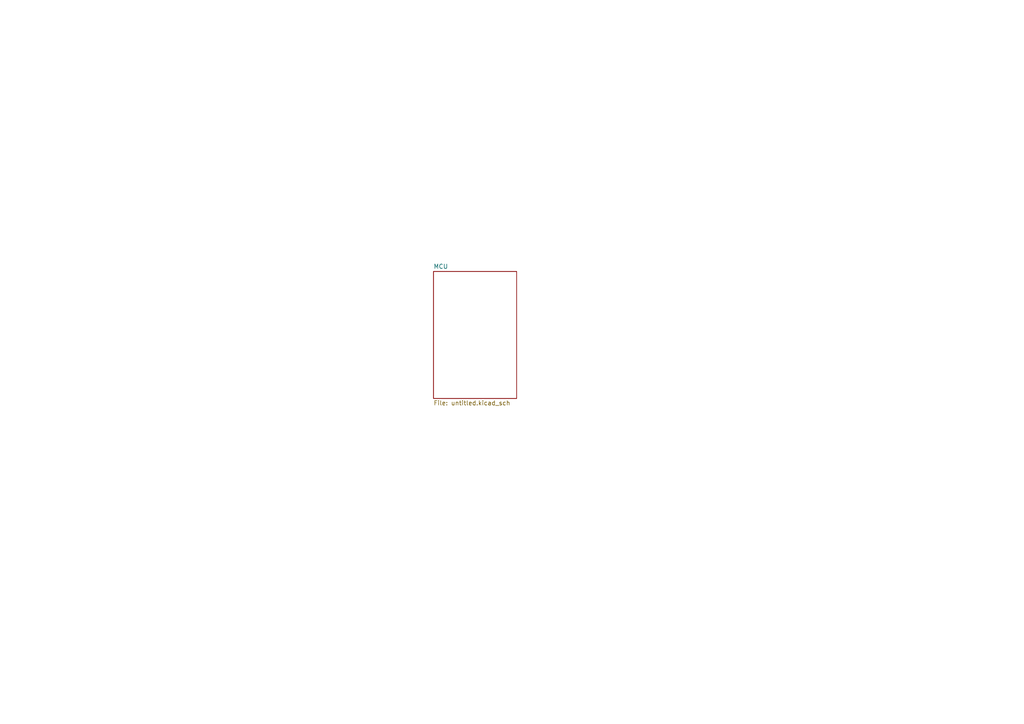
<source format=kicad_sch>
(kicad_sch
	(version 20250114)
	(generator "eeschema")
	(generator_version "9.0")
	(uuid "e089d0b1-a5f8-42cc-9d6a-6a0d692f68d7")
	(paper "A4")
	(lib_symbols)
	(sheet
		(at 125.73 78.74)
		(size 24.13 36.83)
		(exclude_from_sim no)
		(in_bom yes)
		(on_board yes)
		(dnp no)
		(fields_autoplaced yes)
		(stroke
			(width 0.1524)
			(type solid)
		)
		(fill
			(color 0 0 0 0.0000)
		)
		(uuid "db7eff74-3319-4bcb-b915-775bed498bcf")
		(property "Sheetname" "MCU"
			(at 125.73 78.0284 0)
			(effects
				(font
					(size 1.27 1.27)
				)
				(justify left bottom)
			)
		)
		(property "Sheetfile" "untitled.kicad_sch"
			(at 125.73 116.1546 0)
			(effects
				(font
					(size 1.27 1.27)
				)
				(justify left top)
			)
		)
		(instances
			(project "PCB"
				(path "/e089d0b1-a5f8-42cc-9d6a-6a0d692f68d7"
					(page "2")
				)
			)
		)
	)
	(sheet_instances
		(path "/"
			(page "1")
		)
	)
	(embedded_fonts no)
)

</source>
